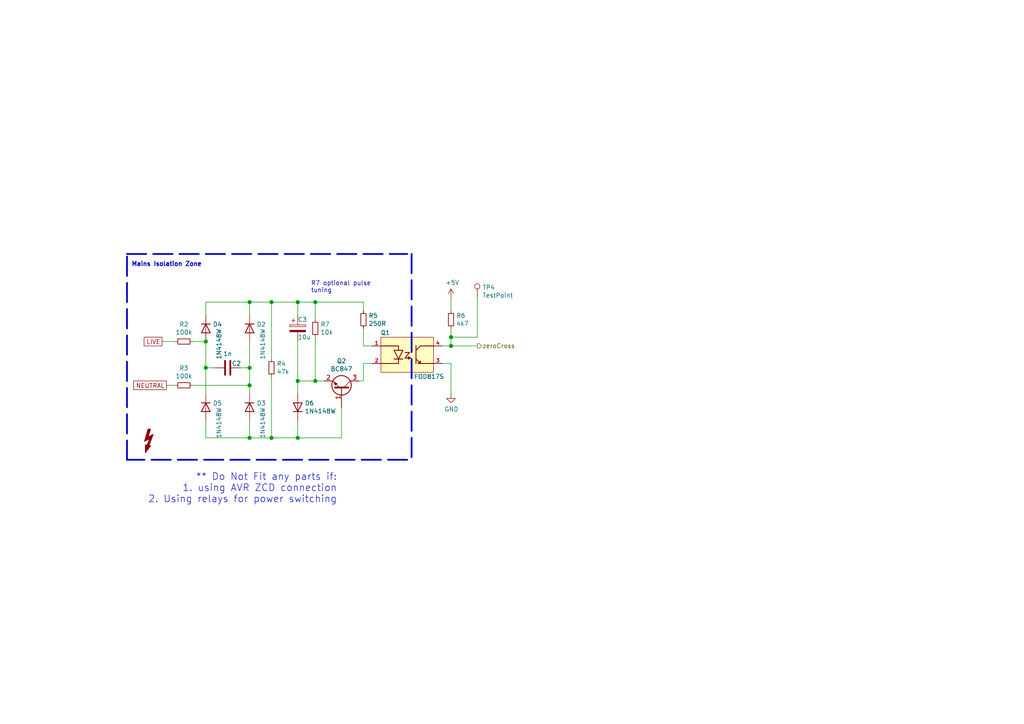
<source format=kicad_sch>
(kicad_sch (version 20231120) (generator "eeschema") (generator_version "8.0")
  (paper "A4")
  (title_block (title "Smart Desk Main PCB") (date "2024-06-14") (rev "1.0") (comment 1 "D.Rowntree"))
  (lib_symbols
    (symbol "Connector:TestPoint" (pin_numbers hide) (pin_names (offset 0.762) hide)
      (property "Reference" "TP" (at 0 6.858 0))
      (property "Value" "TestPoint" (at 0 5.08 0))
      (symbol "TestPoint_0_1"
        (circle (center 0 3.302) (radius 0.762))
      )
      (symbol "TestPoint_1_1"
        (pin passive line (at 0 0 90) (length 2.54) (name "1") (number "1"))
      )
    )
    (symbol "Device:C" (pin_numbers hide) (pin_names (offset 0.254))
      (property "Reference" "C" (at 0.635 2.54 0))
      (property "Value" "C" (at 0.635 -2.54 0))
      (symbol "C_0_1"
        (polyline (pts (xy -2.032 -0.762) (xy 2.032 -0.762)) (stroke (width 0.508)))
        (polyline (pts (xy -2.032 0.762) (xy 2.032 0.762)) (stroke (width 0.508)))
      )
      (symbol "C_1_1"
        (pin passive line (at 0 3.81 270) (length 2.794) (name "~") (number "1"))
        (pin passive line (at 0 -3.81 90) (length 2.794) (name "~") (number "2"))
      )
    )
    (symbol "Device:CP" (pin_numbers hide) (pin_names (offset 0.254))
      (property "Reference" "C" (at 0.635 2.54 0))
      (property "Value" "CP" (at 0.635 -2.54 0))
      (symbol "CP_0_1"
        (rectangle (start -2.286 0.508) (end 2.286 1.016))
        (polyline (pts (xy -1.778 2.286) (xy -0.762 2.286)))
        (polyline (pts (xy -1.27 2.794) (xy -1.27 1.778)))
        (rectangle (start 2.286 -0.508) (end -2.286 -1.016) (fill (type outline)))
      )
      (symbol "CP_1_1"
        (pin passive line (at 0 3.81 270) (length 2.794) (name "~") (number "1"))
        (pin passive line (at 0 -3.81 90) (length 2.794) (name "~") (number "2"))
      )
    )
    (symbol "Device:Q_NPN_BEC" (pin_names (offset 0) hide)
      (property "Reference" "Q" (at 5.08 1.27 0))
      (property "Value" "Q_NPN_BEC" (at 5.08 -1.27 0))
      (symbol "Q_NPN_BEC_0_1"
        (polyline (pts (xy 0.635 0.635) (xy 2.54 2.54)))
        (polyline (pts (xy 0.635 -0.635) (xy 2.54 -2.54) (xy 2.54 -2.54)))
        (polyline (pts (xy 0.635 1.905) (xy 0.635 -1.905) (xy 0.635 -1.905)) (stroke (width 0.508)))
        (polyline (pts (xy 1.27 -1.778) (xy 1.778 -1.27) (xy 2.286 -2.286) (xy 1.27 -1.778) (xy 1.27 -1.778)) (fill (type outline)))
        (circle (center 1.27 0) (radius 2.8194) (stroke (width 0.254)))
      )
      (symbol "Q_NPN_BEC_1_1"
        (pin input line (at -5.08 0 0) (length 5.715) (name "B") (number "1"))
        (pin passive line (at 2.54 -5.08 90) (length 2.54) (name "E") (number "2"))
        (pin passive line (at 2.54 5.08 270) (length 2.54) (name "C") (number "3"))
      )
    )
    (symbol "Device:R_Small" (pin_numbers hide) (pin_names (offset 0.254) hide)
      (property "Reference" "R" (at 0.762 0.508 0))
      (property "Value" "R_Small" (at 0.762 -1.016 0))
      (symbol "R_Small_0_1"
        (rectangle (start -0.762 1.778) (end 0.762 -1.778) (stroke (width 0.2032)))
      )
      (symbol "R_Small_1_1"
        (pin passive line (at 0 2.54 270) (length 0.762) (name "~") (number "1"))
        (pin passive line (at 0 -2.54 90) (length 0.762) (name "~") (number "2"))
      )
    )
    (symbol "Diode:1N4148W" (pin_numbers hide) (pin_names (offset 1.016) hide)
      (property "Reference" "D" (at 0 2.54 0))
      (property "Value" "1N4148W" (at 0 -2.54 0))
      (symbol "1N4148W_0_1"
        (polyline (pts (xy -1.27 1.27) (xy -1.27 -1.27)) (stroke (width 0.254)))
        (polyline (pts (xy 1.27 0) (xy -1.27 0)))
        (polyline (pts (xy 1.27 1.27) (xy 1.27 -1.27) (xy -1.27 0) (xy 1.27 1.27)) (stroke (width 0.254)))
      )
      (symbol "1N4148W_1_1"
        (pin passive line (at -3.81 0 0) (length 2.54) (name "K") (number "1"))
        (pin passive line (at 3.81 0 180) (length 2.54) (name "A") (number "2"))
      )
    )
    (symbol "FOD817S:FOD817S" (pin_names (offset 1.016) hide)
      (property "Reference" "U" (at -7.6454 5.1054 0))
      (property "Value" "FOD817S" (at -7.6454 -7.6454 0))
      (symbol "FOD817S_0_0"
        (polyline (pts (xy -3.81 -1.27) (xy -2.54 -1.27)) (stroke (width 0.254)))
        (polyline (pts (xy -3.81 1.27) (xy -2.54 1.27)) (stroke (width 0.254)))
        (polyline (pts (xy -2.54 -2.54) (xy -7.62 -2.54)) (stroke (width 0.254)))
        (polyline (pts (xy -2.54 -1.27) (xy -3.81 1.27)) (stroke (width 0.254)))
        (polyline (pts (xy -2.54 -1.27) (xy -2.54 -2.54)) (stroke (width 0.254)))
        (polyline (pts (xy -2.54 -1.27) (xy -1.27 -1.27)) (stroke (width 0.254)))
        (polyline (pts (xy -2.54 1.27) (xy -1.27 1.27)) (stroke (width 0.254)))
        (polyline (pts (xy -2.54 2.54) (xy -7.62 2.54)) (stroke (width 0.254)))
        (polyline (pts (xy -2.54 2.54) (xy -2.54 1.27)) (stroke (width 0.254)))
        (polyline (pts (xy -1.27 1.27) (xy -2.54 -1.27)) (stroke (width 0.254)))
        (polyline (pts (xy -0.635 -0.9652) (xy 0.9652 -0.9652)) (stroke (width 0.254)))
        (polyline (pts (xy -0.635 0.635) (xy 0.635 0.635)) (stroke (width 0.254)))
        (polyline (pts (xy 0.3302 -1.27) (xy 0.9652 -0.9652)) (stroke (width 0.254)))
        (polyline (pts (xy 0.3302 -0.635) (xy 0.3302 -1.27)) (stroke (width 0.254)))
        (polyline (pts (xy 0.635 0.635) (xy -0.635 -0.9652)) (stroke (width 0.254)))
        (polyline (pts (xy 0.9652 -0.9652) (xy 0.3302 -0.635)) (stroke (width 0.254)))
        (polyline (pts (xy 2.54 -1.27) (xy 2.54 -2.54)) (stroke (width 0.254)))
        (polyline (pts (xy 2.54 -1.27) (xy 3.81 -2.54)) (stroke (width 0.254)))
        (polyline (pts (xy 2.54 1.27) (xy 2.54 -1.27)) (stroke (width 0.254)))
        (polyline (pts (xy 2.54 2.54) (xy 2.54 1.27)) (stroke (width 0.254)))
        (polyline (pts (xy 3.175 -2.54) (xy 3.81 -2.54)) (stroke (width 0.254)))
        (polyline (pts (xy 3.81 -2.54) (xy 3.81 -1.905)) (stroke (width 0.254)))
        (polyline (pts (xy 3.81 -1.905) (xy 3.175 -2.54)) (stroke (width 0.254)))
        (polyline (pts (xy 3.81 2.54) (xy 2.54 1.27)) (stroke (width 0.254)))
        (polyline (pts (xy 7.62 -2.54) (xy 3.81 -2.54)) (stroke (width 0.254)))
        (polyline (pts (xy 7.62 2.54) (xy 3.81 2.54)) (stroke (width 0.254)))
        (pin passive line (at -10.16 2.54 0) (length 2.54) (name "~") (number "1"))
        (pin passive line (at -10.16 -2.54 0) (length 2.54) (name "~") (number "2"))
        (pin passive line (at 10.16 -2.54 180) (length 2.54) (name "~") (number "3"))
        (pin passive line (at 10.16 2.54 180) (length 2.54) (name "~") (number "4"))
      )
      (symbol "FOD817S_1_1"
        (rectangle (start -7.62 5.08) (end 7.62 -5.08) (fill (type background)))
      )
    )
    (symbol "Graphic:SYM_Flash_Small" (pin_names (offset 1.016))
      (symbol "SYM_Flash_Small_0_1"
        (polyline (pts (xy 0.508 -1.016) (xy -1.016 -0.762) (xy -1.016 -3.048) (xy 0.508 -1.016)) (stroke (width 0.2032)) (fill (type outline)))
        (polyline (pts (xy -0.254 3.81) (xy 0.508 3.81) (xy -0.254 1.524) (xy 1.27 2.286) (xy 0 -1.016) (xy -0.508 -0.762) (xy 0.254 1.016) (xy -1.27 0.254) (xy -0.254 3.81)) (stroke (width 0.2032)) (fill (type outline)))
      )
    )
    (symbol "power:+5V" (power) (pin_names (offset 0))
      (property "Value" "+5V" (at 0 3.556 0))
      (symbol "+5V_0_1"
        (polyline (pts (xy -0.762 1.27) (xy 0 2.54)))
        (polyline (pts (xy 0 0) (xy 0 2.54)))
        (polyline (pts (xy 0 2.54) (xy 0.762 1.27)))
      )
      (symbol "+5V_1_1"
        (pin power_in line (at 0 0 90) (length 0) hide (name "+5V") (number "1"))
      )
    )
    (symbol "power:GND" (power) (pin_names (offset 0))
      (property "Value" "GND" (at 0 -3.81 0))
      (symbol "GND_0_1"
        (polyline (pts (xy 0 0) (xy 0 -1.27) (xy 1.27 -1.27) (xy 0 -2.54) (xy -1.27 -1.27) (xy 0 -1.27)))
      )
      (symbol "GND_1_1"
        (pin power_in line (at 0 0 270) (length 0) hide (name "GND") (number "1"))
      )
    )
  )
  (junction (at 86.36 127) (diameter 1.016))
  (junction (at 72.39 111.76) (diameter 1.016))
  (junction (at 91.44 87.63) (diameter 1.016))
  (junction (at 72.39 87.63) (diameter 1.016))
  (junction (at 86.36 87.63) (diameter 1.016))
  (junction (at 78.74 87.63) (diameter 1.016))
  (junction (at 130.81 97.79) (diameter 1.016))
  (junction (at 130.81 100.33) (diameter 1.016))
  (junction (at 59.69 99.06) (diameter 1.016))
  (junction (at 86.36 110.49) (diameter 1.016))
  (junction (at 72.39 127) (diameter 1.016))
  (junction (at 72.39 106.68) (diameter 1.016))
  (junction (at 59.69 106.68) (diameter 1.016))
  (junction (at 91.44 110.49) (diameter 1.016))
  (junction (at 78.74 127) (diameter 1.016))
  (wire (pts (xy 86.36 91.44) (xy 86.36 87.63)))
  (wire (pts (xy 107.95 105.41) (xy 105.41 105.41)))
  (wire (pts (xy 107.95 100.33) (xy 105.41 100.33)))
  (wire (pts (xy 99.06 118.11) (xy 99.06 127)))
  (wire (pts (xy 59.69 121.92) (xy 59.69 127)))
  (wire (pts (xy 91.44 97.79) (xy 91.44 110.49)))
  (wire (pts (xy 86.36 87.63) (xy 91.44 87.63)))
  (wire (pts (xy 78.74 127) (xy 78.74 109.22)))
  (wire (pts (xy 59.69 99.06) (xy 59.69 106.68)))
  (polyline (pts (xy 36.83 133.35) (xy 36.83 73.66)) (stroke (width 0.508) (type dash)))
  (wire (pts (xy 59.69 127) (xy 72.39 127)))
  (wire (pts (xy 72.39 87.63) (xy 78.74 87.63)))
  (wire (pts (xy 48.26 111.76) (xy 50.8 111.76)))
  (wire (pts (xy 91.44 110.49) (xy 86.36 110.49)))
  (wire (pts (xy 105.41 100.33) (xy 105.41 95.25)))
  (wire (pts (xy 86.36 121.92) (xy 86.36 127)))
  (wire (pts (xy 86.36 110.49) (xy 86.36 99.06)))
  (wire (pts (xy 72.39 106.68) (xy 72.39 111.76)))
  (wire (pts (xy 46.99 99.06) (xy 50.8 99.06)))
  (wire (pts (xy 105.41 90.17) (xy 105.41 87.63)))
  (wire (pts (xy 138.43 97.79) (xy 138.43 86.36)))
  (wire (pts (xy 72.39 127) (xy 78.74 127)))
  (wire (pts (xy 130.81 97.79) (xy 130.81 100.33)))
  (wire (pts (xy 130.81 100.33) (xy 138.43 100.33)))
  (wire (pts (xy 130.81 86.36) (xy 130.81 90.17)))
  (wire (pts (xy 130.81 95.25) (xy 130.81 97.79)))
  (polyline (pts (xy 118.11 133.35) (xy 36.83 133.35)) (stroke (width 0.508) (type dash)))
  (wire (pts (xy 130.81 105.41) (xy 130.81 114.3)))
  (polyline (pts (xy 36.83 73.66) (xy 118.11 73.66)) (stroke (width 0.508) (type dash)))
  (wire (pts (xy 91.44 87.63) (xy 91.44 92.71)))
  (wire (pts (xy 72.39 99.06) (xy 72.39 106.68)))
  (wire (pts (xy 78.74 127) (xy 86.36 127)))
  (wire (pts (xy 130.81 97.79) (xy 138.43 97.79)))
  (wire (pts (xy 78.74 87.63) (xy 78.74 104.14)))
  (wire (pts (xy 59.69 91.44) (xy 59.69 87.63)))
  (wire (pts (xy 59.69 106.68) (xy 59.69 114.3)))
  (wire (pts (xy 93.98 110.49) (xy 91.44 110.49)))
  (wire (pts (xy 105.41 105.41) (xy 105.41 110.49)))
  (wire (pts (xy 86.36 114.3) (xy 86.36 110.49)))
  (wire (pts (xy 128.27 100.33) (xy 130.81 100.33)))
  (wire (pts (xy 105.41 110.49) (xy 104.14 110.49)))
  (wire (pts (xy 86.36 127) (xy 99.06 127)))
  (wire (pts (xy 55.88 99.06) (xy 59.69 99.06)))
  (wire (pts (xy 72.39 121.92) (xy 72.39 127)))
  (wire (pts (xy 91.44 87.63) (xy 105.41 87.63)))
  (wire (pts (xy 128.27 105.41) (xy 130.81 105.41)))
  (wire (pts (xy 59.69 87.63) (xy 72.39 87.63)))
  (wire (pts (xy 62.23 106.68) (xy 59.69 106.68)))
  (wire (pts (xy 78.74 87.63) (xy 86.36 87.63)))
  (wire (pts (xy 69.85 106.68) (xy 72.39 106.68)))
  (wire (pts (xy 72.39 87.63) (xy 72.39 91.44)))
  (wire (pts (xy 55.88 111.76) (xy 72.39 111.76)))
  (wire (pts (xy 72.39 111.76) (xy 72.39 114.3)))
  (polyline (pts (xy 119.38 73.66) (xy 119.38 133.35)) (stroke (width 0.508) (type dash)))
  (text "Mains Isolation Zone" (at 38.1 77.47 0) (effects (font (size 1.27 1.27) (thickness 0.254) (bold yes)) (justify left bottom)))
  (text "R7 optional pulse\ntuning" (at 90.17 85.09 0) (effects (font (size 1.27 1.27)) (justify left bottom)))
  (text "** Do Not Fit any parts if:\n1. using AVR ZCD connection\n2. Using relays for power switching" (at 97.79 146.05 0) (effects (font (size 2.0066 2.0066)) (justify right bottom)))
  (global_label "LIVE" (shape passive) (at 46.99 99.06 180) (property "Intersheetrefs" "${INTERSHEET_REFS}" (effects (hide yes))))
  (global_label "NEUTRAL" (shape passive) (at 48.26 111.76 180) (property "Intersheetrefs" "${INTERSHEET_REFS}" (effects (hide yes))))
  (hierarchical_label "zeroCross" (shape output) (at 138.43 100.33 0))
  (symbol (lib_id "FOD817S:FOD817S") (at 118.11 102.87 0) (unit 1)
    (property "Reference" "Q1" (at 111.76 96.52 0))
    (property "Value" "FOD817S" (at 124.46 109.22 0))
    (property "Footprint" "SmartDesk:SOIC254P1016X385-4N" (effects (hide yes)))
    (property "Datasheet" "FAIRCHILD SEMICONDUCTOR" (effects (hide yes)))
    (property "FITMENT" "no" (effects (hide yes)))
    (property "CHECKED" "y" (effects (hide yes)))
  )
  (symbol (lib_id "Diode:1N4148W") (at 59.69 95.25 270) (unit 1)
    (property "Reference" "D4" (at 61.722 94.0816 90) (effects (justify left)))
    (property "Value" "1N4148W" (at 63.5 95.25 0) (effects (justify left)))
    (property "Footprint" "Diode_SMD:D_SOD-323" (effects (hide yes)))
    (property "Datasheet" "https://www.vishay.com/docs/85748/1n4148w.pdf" (effects (hide yes)))
    (property "FITMENT" "no" (effects (hide yes)))
    (property "CHECKED" "y" (effects (hide yes)))
  )
  (symbol (lib_id "Diode:1N4148W") (at 72.39 95.25 270) (unit 1)
    (property "Reference" "D2" (at 74.422 94.0816 90) (effects (justify left)))
    (property "Value" "1N4148W" (at 76.2 95.25 0) (effects (justify left)))
    (property "Footprint" "Diode_SMD:D_SOD-323" (effects (hide yes)))
    (property "Datasheet" "https://www.vishay.com/docs/85748/1n4148w.pdf" (effects (hide yes)))
    (property "FITMENT" "no" (effects (hide yes)))
    (property "CHECKED" "y" (effects (hide yes)))
  )
  (symbol (lib_id "Diode:1N4148W") (at 59.69 118.11 270) (unit 1)
    (property "Reference" "D5" (at 61.722 116.9416 90) (effects (justify left)))
    (property "Value" "1N4148W" (at 63.5 118.11 0) (effects (justify left)))
    (property "Footprint" "Diode_SMD:D_SOD-323" (effects (hide yes)))
    (property "Datasheet" "https://www.vishay.com/docs/85748/1n4148w.pdf" (effects (hide yes)))
    (property "FITMENT" "no" (effects (hide yes)))
    (property "CHECKED" "y" (effects (hide yes)))
  )
  (symbol (lib_id "Diode:1N4148W") (at 72.39 118.11 270) (unit 1)
    (property "Reference" "D3" (at 74.422 116.9416 90) (effects (justify left)))
    (property "Value" "1N4148W" (at 76.2 118.11 0) (effects (justify left)))
    (property "Footprint" "Diode_SMD:D_SOD-323" (effects (hide yes)))
    (property "Datasheet" "https://www.vishay.com/docs/85748/1n4148w.pdf" (effects (hide yes)))
    (property "FITMENT" "no" (effects (hide yes)))
    (property "CHECKED" "y" (effects (hide yes)))
  )
  (symbol (lib_id "Diode:1N4148W") (at 86.36 118.11 90) (unit 1)
    (property "Reference" "D6" (at 88.392 116.9416 90) (effects (justify right)))
    (property "Value" "1N4148W" (at 88.392 119.253 90) (effects (justify right)))
    (property "Footprint" "Diode_SMD:D_SOD-323" (effects (hide yes)))
    (property "Datasheet" "https://www.vishay.com/docs/85748/1n4148w.pdf" (effects (hide yes)))
    (property "FITMENT" "no" (effects (hide yes)))
    (property "CHECKED" "y" (effects (hide yes)))
  )
  (symbol (lib_id "Device:R_Small") (at 53.34 99.06 270) (unit 1)
    (property "Reference" "R2" (at 53.34 94.0816 90))
    (property "Value" "100k" (at 53.34 96.393 90))
    (property "Footprint" "Resistor_SMD:R_0603_1608Metric" (effects (hide yes)))
    (property "FITMENT" "no" (effects (hide yes)))
  )
  (symbol (lib_id "Device:R_Small") (at 53.34 111.76 270) (unit 1)
    (property "Reference" "R3" (at 53.34 106.7816 90))
    (property "Value" "100k" (at 53.34 109.093 90))
    (property "Footprint" "Resistor_SMD:R_0603_1608Metric" (effects (hide yes)))
    (property "FITMENT" "no" (effects (hide yes)))
  )
  (symbol (lib_id "Device:R_Small") (at 78.74 106.68 0) (unit 1)
    (property "Reference" "R4" (at 80.2386 105.5116 0) (effects (justify left)))
    (property "Value" "47k" (at 80.2386 107.823 0) (effects (justify left)))
    (property "Footprint" "Resistor_SMD:R_0603_1608Metric" (effects (hide yes)))
    (property "FITMENT" "no" (effects (hide yes)))
  )
  (symbol (lib_id "Device:R_Small") (at 105.41 92.71 180) (unit 1)
    (property "Reference" "R5" (at 106.9086 91.5416 0) (effects (justify right)))
    (property "Value" "250R" (at 106.9086 93.853 0) (effects (justify right)))
    (property "Footprint" "Resistor_SMD:R_0603_1608Metric" (effects (hide yes)))
    (property "FITMENT" "no" (effects (hide yes)))
  )
  (symbol (lib_id "Device:R_Small") (at 130.81 92.71 0) (unit 1)
    (property "Reference" "R6" (at 132.3086 91.5416 0) (effects (justify left)))
    (property "Value" "4k7" (at 132.3086 93.853 0) (effects (justify left)))
    (property "Footprint" "Resistor_SMD:R_0603_1608Metric" (effects (hide yes)))
    (property "FITMENT" "no" (effects (hide yes)))
  )
  (symbol (lib_id "Device:CP") (at 86.36 95.25 0) (unit 1)
    (property "Reference" "C3" (at 86.36 92.71 0) (effects (justify left)))
    (property "Value" "10u" (at 86.36 97.79 0) (effects (justify left)))
    (property "Footprint" "Capacitor_SMD:C_0805_2012Metric" (effects (hide yes)))
    (property "FITMENT" "no" (effects (hide yes)))
  )
  (symbol (lib_id "Device:C") (at 66.04 106.68 270) (unit 1)
    (property "Reference" "C2" (at 68.58 105.41 90))
    (property "Value" "1n" (at 66.04 102.5906 90))
    (property "Footprint" "Capacitor_SMD:C_0603_1608Metric" (effects (hide yes)))
    (property "FITMENT" "no" (effects (hide yes)))
  )
  (symbol (lib_id "Graphic:SYM_Flash_Small") (at 43.18 128.27 0) (unit 1)
    (property "Reference" "S1" (effects (hide yes)))
    (property "Value" "SYM_Flash_Small" (effects (hide yes)))
    (property "Footprint" "SmartDesk:Symbol_Highvoltage_Type2_Silk_Small" (effects (hide yes)))
  )
  (symbol (lib_id "Device:R_Small") (at 91.44 95.25 0) (unit 1)
    (property "Reference" "R7" (at 92.9386 94.0816 0) (effects (justify left)))
    (property "Value" "10k" (at 92.9386 96.393 0) (effects (justify left)))
    (property "Footprint" "Resistor_SMD:R_0603_1608Metric" (effects (hide yes)))
    (property "FITMENT" "no" (effects (hide yes)))
  )
  (symbol (lib_id "power:+5V") (at 130.81 86.36 0) (unit 1)
    (property "Reference" "#PWR0113" (effects (hide yes)))
    (property "Value" "+5V" (at 131.191 81.9658 0))
  )
  (symbol (lib_id "power:GND") (at 130.81 114.3 0) (unit 1)
    (property "Reference" "#PWR0114" (effects (hide yes)))
    (property "Value" "GND" (at 130.937 118.6942 0))
  )
  (symbol (lib_id "Device:Q_NPN_BEC") (at 99.06 113.03 270) (mirror x) (unit 1)
    (property "Reference" "Q2" (at 99.06 104.6988 90))
    (property "Value" "BC847" (at 99.06 107.0102 90))
    (property "Footprint" "Package_TO_SOT_SMD:SOT-23" (effects (hide yes)))
    (property "CHECKED" "y" (effects (hide yes)))
  )
  (symbol (lib_id "Connector:TestPoint") (at 138.43 86.36 0) (unit 1)
    (property "Reference" "TP4" (at 139.9032 83.3628 0) (effects (justify left)))
    (property "Value" "TestPoint" (at 139.9032 85.6742 0) (effects (justify left)))
    (property "Footprint" "TestPoint:TestPoint_Pad_D2.0mm" (effects (hide yes)))
  )
)
</source>
